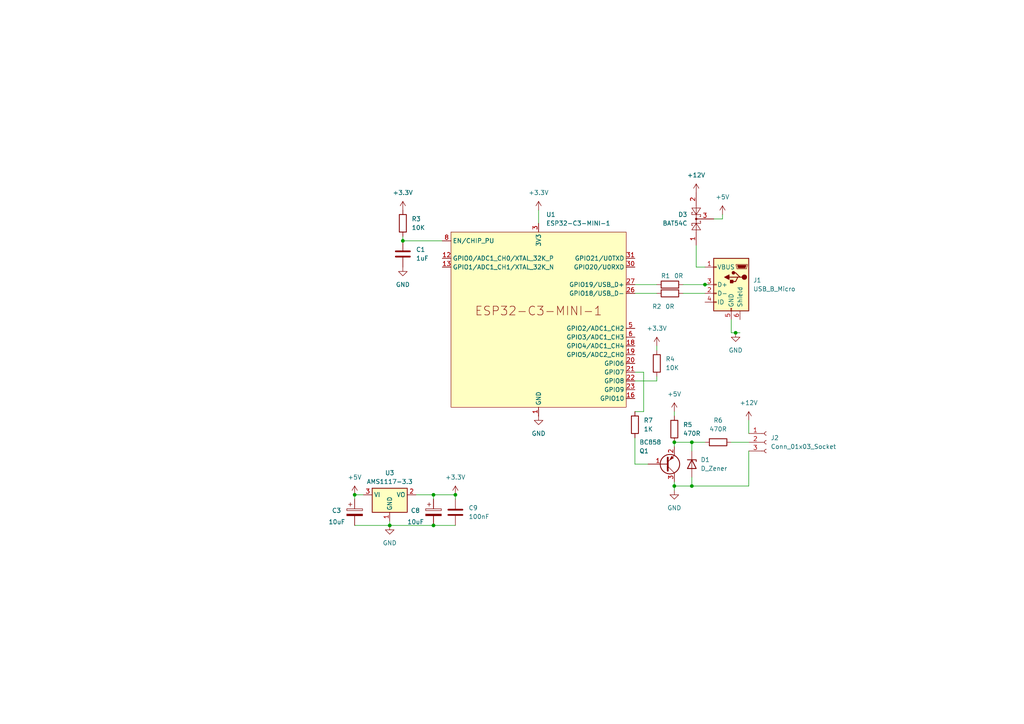
<source format=kicad_sch>
(kicad_sch (version 20231120) (generator "eeschema") (generator_version "8.0")
  (paper "A4")
  (lib_symbols
    (symbol "+12V_1" (power) (pin_numbers hide) (pin_names (offset 0) hide)
      (property "Value" "+12V" (at 0 3.556 0))
      (symbol "+12V_1_0_1"
        (polyline (pts (xy -0.762 1.27) (xy 0 2.54)))
        (polyline (pts (xy 0 0) (xy 0 2.54)))
        (polyline (pts (xy 0 2.54) (xy 0.762 1.27)))
      )
      (symbol "+12V_1_1_1"
        (pin power_in line (at 0 0 90) (length 0) (name "~") (number "1"))
      )
    )
    (symbol "+3.3V_2" (power) (pin_numbers hide) (pin_names (offset 0) hide)
      (property "Value" "+3.3V" (at 0 3.556 0))
      (symbol "+3.3V_2_0_1"
        (polyline (pts (xy -0.762 1.27) (xy 0 2.54)))
        (polyline (pts (xy 0 0) (xy 0 2.54)))
        (polyline (pts (xy 0 2.54) (xy 0.762 1.27)))
      )
      (symbol "+3.3V_2_1_1"
        (pin power_in line (at 0 0 90) (length 0) (name "~") (number "1"))
      )
    )
    (symbol "+5V_1" (power) (pin_numbers hide) (pin_names (offset 0) hide)
      (property "Value" "+5V" (at 0 3.556 0))
      (symbol "+5V_1_0_1"
        (polyline (pts (xy -0.762 1.27) (xy 0 2.54)))
        (polyline (pts (xy 0 0) (xy 0 2.54)))
        (polyline (pts (xy 0 2.54) (xy 0.762 1.27)))
      )
      (symbol "+5V_1_1_1"
        (pin power_in line (at 0 0 90) (length 0) (name "~") (number "1"))
      )
    )
    (symbol "Connector:Conn_01x03_Socket" (pin_names (offset 1.016) hide)
      (property "Reference" "J" (at 0 5.08 0))
      (property "Value" "Conn_01x03_Socket" (at 0 -5.08 0))
      (symbol "Conn_01x03_Socket_1_1"
        (arc (start 0 -2.032) (mid -0.5058 -2.54) (end 0 -3.048) (stroke (width 0.1524)))
        (polyline (pts (xy -1.27 -2.54) (xy -0.508 -2.54)) (stroke (width 0.1524)))
        (polyline (pts (xy -1.27 0) (xy -0.508 0)) (stroke (width 0.1524)))
        (polyline (pts (xy -1.27 2.54) (xy -0.508 2.54)) (stroke (width 0.1524)))
        (arc (start 0 0.508) (mid -0.5058 0) (end 0 -0.508) (stroke (width 0.1524)))
        (arc (start 0 3.048) (mid -0.5058 2.54) (end 0 2.032) (stroke (width 0.1524)))
        (pin passive line (at -5.08 2.54 0) (length 3.81) (name "Pin_1") (number "1"))
        (pin passive line (at -5.08 0 0) (length 3.81) (name "Pin_2") (number "2"))
        (pin passive line (at -5.08 -2.54 0) (length 3.81) (name "Pin_3") (number "3"))
      )
    )
    (symbol "Connector:USB_B_Micro" (pin_names (offset 1.016))
      (property "Reference" "J" (at -5.08 11.43 0))
      (property "Value" "USB_B_Micro" (at -5.08 8.89 0))
      (symbol "USB_B_Micro_0_1"
        (rectangle (start -5.08 -7.62) (end 5.08 7.62) (stroke (width 0.254)) (fill (type background)))
        (circle (center -3.81 2.159) (radius 0.635) (stroke (width 0.254)) (fill (type outline)))
        (circle (center -0.635 3.429) (radius 0.381) (stroke (width 0.254)) (fill (type outline)))
        (rectangle (start -0.127 -7.62) (end 0.127 -6.858))
        (polyline (pts (xy -1.905 2.159) (xy 0.635 2.159)) (stroke (width 0.254)))
        (polyline (pts (xy -3.175 2.159) (xy -2.54 2.159) (xy -1.27 3.429) (xy -0.635 3.429)) (stroke (width 0.254)))
        (polyline (pts (xy -2.54 2.159) (xy -1.905 2.159) (xy -1.27 0.889) (xy 0 0.889)) (stroke (width 0.254)))
        (polyline (pts (xy 0.635 2.794) (xy 0.635 1.524) (xy 1.905 2.159) (xy 0.635 2.794)) (stroke (width 0.254)) (fill (type outline)))
        (polyline (pts (xy -4.318 5.588) (xy -1.778 5.588) (xy -2.032 4.826) (xy -4.064 4.826) (xy -4.318 5.588)) (fill (type outline)))
        (polyline (pts (xy -4.699 5.842) (xy -4.699 5.588) (xy -4.445 4.826) (xy -4.445 4.572) (xy -1.651 4.572) (xy -1.651 4.826) (xy -1.397 5.588) (xy -1.397 5.842) (xy -4.699 5.842)))
        (rectangle (start 0.254 1.27) (end -0.508 0.508) (stroke (width 0.254)) (fill (type outline)))
        (rectangle (start 5.08 -5.207) (end 4.318 -4.953))
        (rectangle (start 5.08 -2.667) (end 4.318 -2.413))
        (rectangle (start 5.08 -0.127) (end 4.318 0.127))
        (rectangle (start 5.08 4.953) (end 4.318 5.207))
      )
      (symbol "USB_B_Micro_1_1"
        (pin power_out line (at 7.62 5.08 180) (length 2.54) (name "VBUS") (number "1"))
        (pin bidirectional line (at 7.62 -2.54 180) (length 2.54) (name "D-") (number "2"))
        (pin bidirectional line (at 7.62 0 180) (length 2.54) (name "D+") (number "3"))
        (pin passive line (at 7.62 -5.08 180) (length 2.54) (name "ID") (number "4"))
        (pin power_out line (at 0 -10.16 90) (length 2.54) (name "GND") (number "5"))
        (pin passive line (at -2.54 -10.16 90) (length 2.54) (name "Shield") (number "6"))
      )
    )
    (symbol "Device:C" (pin_numbers hide) (pin_names (offset 0.254))
      (property "Reference" "C" (at 0.635 2.54 0))
      (property "Value" "C" (at 0.635 -2.54 0))
      (symbol "C_0_1"
        (polyline (pts (xy -2.032 -0.762) (xy 2.032 -0.762)) (stroke (width 0.508)))
        (polyline (pts (xy -2.032 0.762) (xy 2.032 0.762)) (stroke (width 0.508)))
      )
      (symbol "C_1_1"
        (pin passive line (at 0 3.81 270) (length 2.794) (name "~") (number "1"))
        (pin passive line (at 0 -3.81 90) (length 2.794) (name "~") (number "2"))
      )
    )
    (symbol "Device:C_Polarized" (pin_numbers hide) (pin_names (offset 0.254))
      (property "Reference" "C" (at 0.635 2.54 0))
      (property "Value" "C_Polarized" (at 0.635 -2.54 0))
      (symbol "C_Polarized_0_1"
        (rectangle (start -2.286 0.508) (end 2.286 1.016))
        (polyline (pts (xy -1.778 2.286) (xy -0.762 2.286)))
        (polyline (pts (xy -1.27 2.794) (xy -1.27 1.778)))
        (rectangle (start 2.286 -0.508) (end -2.286 -1.016) (fill (type outline)))
      )
      (symbol "C_Polarized_1_1"
        (pin passive line (at 0 3.81 270) (length 2.794) (name "~") (number "1"))
        (pin passive line (at 0 -3.81 90) (length 2.794) (name "~") (number "2"))
      )
    )
    (symbol "Device:D_Zener" (pin_numbers hide) (pin_names (offset 1.016) hide)
      (property "Reference" "D" (at 0 2.54 0))
      (property "Value" "D_Zener" (at 0 -2.54 0))
      (symbol "D_Zener_0_1"
        (polyline (pts (xy 1.27 0) (xy -1.27 0)))
        (polyline (pts (xy -1.27 -1.27) (xy -1.27 1.27) (xy -0.762 1.27)) (stroke (width 0.254)))
        (polyline (pts (xy 1.27 -1.27) (xy 1.27 1.27) (xy -1.27 0) (xy 1.27 -1.27)) (stroke (width 0.254)))
      )
      (symbol "D_Zener_1_1"
        (pin passive line (at -3.81 0 0) (length 2.54) (name "K") (number "1"))
        (pin passive line (at 3.81 0 180) (length 2.54) (name "A") (number "2"))
      )
    )
    (symbol "Device:R" (pin_numbers hide) (pin_names (offset 0))
      (property "Reference" "R" (at 2.032 0 90))
      (property "Value" "R" (at 0 0 90))
      (symbol "R_0_1"
        (rectangle (start -1.016 -2.54) (end 1.016 2.54) (stroke (width 0.254)))
      )
      (symbol "R_1_1"
        (pin passive line (at 0 3.81 270) (length 1.27) (name "~") (number "1"))
        (pin passive line (at 0 -3.81 90) (length 1.27) (name "~") (number "2"))
      )
    )
    (symbol "Diode:BAT54C" (pin_names (offset 1.016))
      (property "Reference" "D" (at 0.635 -3.81 0))
      (property "Value" "BAT54C" (at -6.35 3.175 0))
      (symbol "BAT54C_0_1"
        (polyline (pts (xy -1.905 0) (xy 1.905 0)))
        (polyline (pts (xy -1.905 1.27) (xy -1.905 1.016)))
        (polyline (pts (xy -1.27 -1.27) (xy -0.635 -1.27)))
        (polyline (pts (xy -1.27 0) (xy -3.81 0)))
        (polyline (pts (xy -1.27 1.27) (xy -1.905 1.27)))
        (polyline (pts (xy -1.27 1.27) (xy -1.27 -1.27)))
        (polyline (pts (xy -0.635 -1.27) (xy -0.635 -1.016)))
        (polyline (pts (xy 0.635 -1.27) (xy 0.635 -1.016)))
        (polyline (pts (xy 1.27 -1.27) (xy 0.635 -1.27)))
        (polyline (pts (xy 1.27 1.27) (xy 1.27 -1.27)))
        (polyline (pts (xy 1.27 1.27) (xy 1.905 1.27)))
        (polyline (pts (xy 1.905 1.27) (xy 1.905 1.016)))
        (polyline (pts (xy 3.81 0) (xy 1.27 0)))
        (polyline (pts (xy -3.175 -1.27) (xy -3.175 1.27) (xy -1.27 0) (xy -3.175 -1.27)))
        (polyline (pts (xy 3.175 -1.27) (xy 3.175 1.27) (xy 1.27 0) (xy 3.175 -1.27)))
        (circle (center 0 0) (radius 0.254) (fill (type outline)))
      )
      (symbol "BAT54C_1_1"
        (pin passive line (at -7.62 0 0) (length 3.81) (name "~") (number "1"))
        (pin passive line (at 7.62 0 180) (length 3.81) (name "~") (number "2"))
        (pin passive line (at 0 -5.08 90) (length 5.08) (name "~") (number "3"))
      )
    )
    (symbol "GND_1" (power) (pin_numbers hide) (pin_names (offset 0) hide)
      (property "Value" "GND" (at 0 -3.81 0))
      (symbol "GND_1_0_1"
        (polyline (pts (xy 0 0) (xy 0 -1.27) (xy 1.27 -1.27) (xy 0 -2.54) (xy -1.27 -1.27) (xy 0 -1.27)))
      )
      (symbol "GND_1_1_1"
        (pin power_in line (at 0 0 270) (length 0) (name "~") (number "1"))
      )
    )
    (symbol "GND_2" (power) (pin_numbers hide) (pin_names (offset 0) hide)
      (property "Value" "GND" (at 0 -3.81 0))
      (symbol "GND_2_0_1"
        (polyline (pts (xy 0 0) (xy 0 -1.27) (xy 1.27 -1.27) (xy 0 -2.54) (xy -1.27 -1.27) (xy 0 -1.27)))
      )
      (symbol "GND_2_1_1"
        (pin power_in line (at 0 0 270) (length 0) (name "~") (number "1"))
      )
    )
    (symbol "PCM_Espressif:ESP32-C3-MINI-1"
      (property "Reference" "U" (at -25.4 30.48 0))
      (property "Value" "ESP32-C3-MINI-1" (at -25.4 27.94 0))
      (symbol "ESP32-C3-MINI-1_0_0"
        (text "ESP32-C3-MINI-1" (at 0 2.54 0) (effects (font (size 2.54 2.54))))
      )
      (symbol "ESP32-C3-MINI-1_0_1"
        (rectangle (start -25.4 25.4) (end 25.4 -25.4) (fill (type background)))
      )
      (symbol "ESP32-C3-MINI-1_1_1"
        (pin power_in line (at 0 -27.94 90) (length 2.54) (name "GND") (number "1"))
        (pin no_connect line (at -25.4 2.54 0) (length 2.54) hide (name "NC") (number "10"))
        (pin passive line (at 0 -27.94 90) (length 2.54) hide (name "GND") (number "11"))
        (pin bidirectional line (at -27.94 17.78 0) (length 2.54) (name "GPIO0/ADC1_CH0/XTAL_32K_P") (number "12"))
        (pin bidirectional line (at -27.94 15.24 0) (length 2.54) (name "GPIO1/ADC1_CH1/XTAL_32K_N") (number "13"))
        (pin passive line (at 0 -27.94 90) (length 2.54) hide (name "GND") (number "14"))
        (pin no_connect line (at -25.4 0 0) (length 2.54) hide (name "NC") (number "15"))
        (pin bidirectional line (at 27.94 -22.86 180) (length 2.54) (name "GPIO10") (number "16"))
        (pin no_connect line (at -25.4 -2.54 0) (length 2.54) hide (name "NC") (number "17"))
        (pin bidirectional line (at 27.94 -7.62 180) (length 2.54) (name "GPIO4/ADC1_CH4") (number "18"))
        (pin bidirectional line (at 27.94 -10.16 180) (length 2.54) (name "GPIO5/ADC2_CH0") (number "19"))
        (pin passive line (at 0 -27.94 90) (length 2.54) hide (name "GND") (number "2"))
        (pin bidirectional line (at 27.94 -12.7 180) (length 2.54) (name "GPIO6") (number "20"))
        (pin bidirectional line (at 27.94 -15.24 180) (length 2.54) (name "GPIO7") (number "21"))
        (pin bidirectional line (at 27.94 -17.78 180) (length 2.54) (name "GPIO8") (number "22"))
        (pin bidirectional line (at 27.94 -20.32 180) (length 2.54) (name "GPIO9") (number "23"))
        (pin no_connect line (at -25.4 -5.08 0) (length 2.54) hide (name "NC") (number "24"))
        (pin no_connect line (at -25.4 -7.62 0) (length 2.54) hide (name "NC") (number "25"))
        (pin bidirectional line (at 27.94 7.62 180) (length 2.54) (name "GPIO18/USB_D-") (number "26"))
        (pin bidirectional line (at 27.94 10.16 180) (length 2.54) (name "GPIO19/USB_D+") (number "27"))
        (pin no_connect line (at -25.4 -10.16 0) (length 2.54) hide (name "NC") (number "28"))
        (pin no_connect line (at -25.4 -12.7 0) (length 2.54) hide (name "NC") (number "29"))
        (pin power_in line (at 0 27.94 270) (length 2.54) (name "3V3") (number "3"))
        (pin bidirectional line (at 27.94 15.24 180) (length 2.54) (name "GPIO20/U0RXD") (number "30"))
        (pin bidirectional line (at 27.94 17.78 180) (length 2.54) (name "GPIO21/U0TXD") (number "31"))
        (pin no_connect line (at -25.4 -15.24 0) (length 2.54) hide (name "NC") (number "32"))
        (pin no_connect line (at -25.4 -17.78 0) (length 2.54) hide (name "NC") (number "33"))
        (pin no_connect line (at -25.4 -20.32 0) (length 2.54) hide (name "NC") (number "34"))
        (pin no_connect line (at -25.4 -22.86 0) (length 2.54) hide (name "NC") (number "35"))
        (pin passive line (at 0 -27.94 90) (length 2.54) hide (name "GND") (number "36"))
        (pin passive line (at 0 -27.94 90) (length 2.54) hide (name "GND") (number "37"))
        (pin passive line (at 0 -27.94 90) (length 2.54) hide (name "GND") (number "38"))
        (pin passive line (at 0 -27.94 90) (length 2.54) hide (name "GND") (number "39"))
        (pin no_connect line (at -25.4 10.16 0) (length 2.54) hide (name "NC") (number "4"))
        (pin passive line (at 0 -27.94 90) (length 2.54) hide (name "GND") (number "40"))
        (pin passive line (at 0 -27.94 90) (length 2.54) hide (name "GND") (number "41"))
        (pin passive line (at 0 -27.94 90) (length 2.54) hide (name "GND") (number "42"))
        (pin passive line (at 0 -27.94 90) (length 2.54) hide (name "GND") (number "43"))
        (pin passive line (at 0 -27.94 90) (length 2.54) hide (name "GND") (number "44"))
        (pin passive line (at 0 -27.94 90) (length 2.54) hide (name "GND") (number "45"))
        (pin passive line (at 0 -27.94 90) (length 2.54) hide (name "GND") (number "46"))
        (pin passive line (at 0 -27.94 90) (length 2.54) hide (name "GND") (number "47"))
        (pin passive line (at 0 -27.94 90) (length 2.54) hide (name "GND") (number "48"))
        (pin passive line (at 0 -27.94 90) (length 2.54) hide (name "GND") (number "49"))
        (pin bidirectional line (at 27.94 -2.54 180) (length 2.54) (name "GPIO2/ADC1_CH2") (number "5"))
        (pin passive line (at 0 -27.94 90) (length 2.54) hide (name "GND") (number "50"))
        (pin passive line (at 0 -27.94 90) (length 2.54) hide (name "GND") (number "51"))
        (pin passive line (at 0 -27.94 90) (length 2.54) hide (name "GND") (number "52"))
        (pin passive line (at 0 -27.94 90) (length 2.54) hide (name "GND") (number "53"))
        (pin bidirectional line (at 27.94 -5.08 180) (length 2.54) (name "GPIO3/ADC1_CH3") (number "6"))
        (pin no_connect line (at -25.4 7.62 0) (length 2.54) hide (name "NC") (number "7"))
        (pin input line (at -27.94 22.86 0) (length 2.54) (name "EN/CHIP_PU") (number "8"))
        (pin no_connect line (at -25.4 5.08 0) (length 2.54) hide (name "NC") (number "9"))
      )
    )
    (symbol "Regulator_Linear:AMS1117-3.3"
      (property "Reference" "U" (at -3.81 3.175 0))
      (property "Value" "AMS1117-3.3" (at 0 3.175 0))
      (symbol "AMS1117-3.3_0_1"
        (rectangle (start -5.08 -5.08) (end 5.08 1.905) (stroke (width 0.254)) (fill (type background)))
      )
      (symbol "AMS1117-3.3_1_1"
        (pin power_in line (at 0 -7.62 90) (length 2.54) (name "GND") (number "1"))
        (pin power_out line (at 7.62 0 180) (length 2.54) (name "VO") (number "2"))
        (pin power_in line (at -7.62 0 0) (length 2.54) (name "VI") (number "3"))
      )
    )
    (symbol "Transistor_BJT:BC858" (pin_names (offset 0) hide)
      (property "Reference" "Q" (at 5.08 1.905 0))
      (property "Value" "BC858" (at 5.08 0 0))
      (symbol "BC858_0_1"
        (polyline (pts (xy 0.635 0.635) (xy 2.54 2.54)))
        (polyline (pts (xy 0.635 -0.635) (xy 2.54 -2.54) (xy 2.54 -2.54)))
        (polyline (pts (xy 0.635 1.905) (xy 0.635 -1.905) (xy 0.635 -1.905)) (stroke (width 0.508)))
        (polyline (pts (xy 2.286 -1.778) (xy 1.778 -2.286) (xy 1.27 -1.27) (xy 2.286 -1.778) (xy 2.286 -1.778)) (fill (type outline)))
        (circle (center 1.27 0) (radius 2.8194) (stroke (width 0.254)))
      )
      (symbol "BC858_1_1"
        (pin input line (at -5.08 0 0) (length 5.715) (name "B") (number "1"))
        (pin passive line (at 2.54 -5.08 90) (length 2.54) (name "E") (number "2"))
        (pin passive line (at 2.54 5.08 270) (length 2.54) (name "C") (number "3"))
      )
    )
    (symbol "power:+12V" (power) (pin_names (offset 0))
      (property "Value" "+12V" (at 0 3.556 0))
      (symbol "+12V_0_1"
        (polyline (pts (xy -0.762 1.27) (xy 0 2.54)))
        (polyline (pts (xy 0 0) (xy 0 2.54)))
        (polyline (pts (xy 0 2.54) (xy 0.762 1.27)))
      )
      (symbol "+12V_1_1"
        (pin power_in line (at 0 0 90) (length 0) hide (name "+12V") (number "1"))
      )
    )
    (symbol "power:+3.3V" (power) (pin_names (offset 0))
      (property "Value" "+3.3V" (at 0 3.556 0))
      (symbol "+3.3V_0_1"
        (polyline (pts (xy -0.762 1.27) (xy 0 2.54)))
        (polyline (pts (xy 0 0) (xy 0 2.54)))
        (polyline (pts (xy 0 2.54) (xy 0.762 1.27)))
      )
      (symbol "+3.3V_1_1"
        (pin power_in line (at 0 0 90) (length 0) hide (name "+3.3V") (number "1"))
      )
    )
    (symbol "power:+5V" (power) (pin_names (offset 0))
      (property "Value" "+5V" (at 0 3.556 0))
      (symbol "+5V_0_1"
        (polyline (pts (xy -0.762 1.27) (xy 0 2.54)))
        (polyline (pts (xy 0 0) (xy 0 2.54)))
        (polyline (pts (xy 0 2.54) (xy 0.762 1.27)))
      )
      (symbol "+5V_1_1"
        (pin power_in line (at 0 0 90) (length 0) hide (name "+5V") (number "1"))
      )
    )
    (symbol "power:GND" (power) (pin_names (offset 0))
      (property "Value" "GND" (at 0 -3.81 0))
      (symbol "GND_0_1"
        (polyline (pts (xy 0 0) (xy 0 -1.27) (xy 1.27 -1.27) (xy 0 -2.54) (xy -1.27 -1.27) (xy 0 -1.27)))
      )
      (symbol "GND_1_1"
        (pin power_in line (at 0 0 270) (length 0) hide (name "GND") (number "1"))
      )
    )
  )
  (junction (at 204.47 82.55))
  (junction (at 195.58 128.27))
  (junction (at 213.36 96.52))
  (junction (at 132.08 143.51))
  (junction (at 125.73 143.51))
  (junction (at 113.03 152.4))
  (junction (at 116.84 69.85))
  (junction (at 200.66 140.97))
  (junction (at 125.73 152.4))
  (junction (at 200.66 128.27))
  (junction (at 102.87 143.51))
  (junction (at 195.58 140.97))
  (wire (pts (xy 184.15 127) (xy 184.15 134.62)))
  (wire (pts (xy 186.69 107.95) (xy 186.69 119.38)))
  (wire (pts (xy 217.17 121.92) (xy 217.17 125.73)))
  (wire (pts (xy 113.03 152.4) (xy 125.73 152.4)))
  (wire (pts (xy 209.55 63.5) (xy 209.55 62.23)))
  (wire (pts (xy 200.66 138.43) (xy 200.66 140.97)))
  (wire (pts (xy 195.58 140.97) (xy 195.58 142.24)))
  (wire (pts (xy 195.58 128.27) (xy 200.66 128.27)))
  (wire (pts (xy 195.58 128.27) (xy 195.58 129.54)))
  (wire (pts (xy 116.84 69.85) (xy 116.84 68.58)))
  (wire (pts (xy 217.17 130.81) (xy 217.17 140.97)))
  (wire (pts (xy 184.15 134.62) (xy 187.96 134.62)))
  (wire (pts (xy 212.09 96.52) (xy 213.36 96.52)))
  (wire (pts (xy 190.5 109.22) (xy 190.5 110.49)))
  (wire (pts (xy 186.69 119.38) (xy 184.15 119.38)))
  (wire (pts (xy 207.01 63.5) (xy 209.55 63.5)))
  (wire (pts (xy 200.66 128.27) (xy 204.47 128.27)))
  (wire (pts (xy 102.87 152.4) (xy 113.03 152.4)))
  (wire (pts (xy 184.15 85.09) (xy 190.5 85.09)))
  (wire (pts (xy 190.5 100.33) (xy 190.5 101.6)))
  (wire (pts (xy 195.58 139.7) (xy 195.58 140.97)))
  (wire (pts (xy 120.65 143.51) (xy 125.73 143.51)))
  (wire (pts (xy 190.5 82.55) (xy 184.15 82.55)))
  (wire (pts (xy 113.03 151.13) (xy 113.03 152.4)))
  (wire (pts (xy 184.15 107.95) (xy 186.69 107.95)))
  (wire (pts (xy 195.58 119.38) (xy 195.58 120.65)))
  (wire (pts (xy 132.08 143.51) (xy 125.73 143.51)))
  (wire (pts (xy 212.09 128.27) (xy 217.17 128.27)))
  (wire (pts (xy 204.47 82.55) (xy 205.74 82.55)))
  (wire (pts (xy 212.09 92.71) (xy 212.09 96.52)))
  (wire (pts (xy 200.66 140.97) (xy 195.58 140.97)))
  (wire (pts (xy 214.63 96.52) (xy 213.36 96.52)))
  (wire (pts (xy 184.15 110.49) (xy 190.5 110.49)))
  (wire (pts (xy 217.17 140.97) (xy 200.66 140.97)))
  (wire (pts (xy 132.08 144.78) (xy 132.08 143.51)))
  (wire (pts (xy 198.12 82.55) (xy 204.47 82.55)))
  (wire (pts (xy 198.12 85.09) (xy 204.47 85.09)))
  (wire (pts (xy 204.47 77.47) (xy 201.93 77.47)))
  (wire (pts (xy 105.41 143.51) (xy 102.87 143.51)))
  (wire (pts (xy 125.73 143.51) (xy 125.73 144.78)))
  (wire (pts (xy 125.73 152.4) (xy 132.08 152.4)))
  (wire (pts (xy 102.87 143.51) (xy 102.87 144.78)))
  (wire (pts (xy 201.93 77.47) (xy 201.93 71.12)))
  (wire (pts (xy 128.27 69.85) (xy 116.84 69.85)))
  (wire (pts (xy 200.66 128.27) (xy 200.66 130.81)))
  (wire (pts (xy 156.21 60.96) (xy 156.21 64.77)))
  (symbol (lib_id "Connector:USB_B_Micro") (at 212.09 82.55 0) (mirror y) (unit 1)
    (property "Reference" "J1" (at 218.44 81.2799 0) (effects (justify right)))
    (property "Value" "USB_B_Micro" (at 218.44 83.8199 0) (effects (justify right)))
    (property "Footprint" "Connector_USB:USB_Micro-B_Amphenol_10103594-0001LF_Horizontal" (effects (hide yes)))
  )
  (symbol (lib_id "power:+3.3V") (at 190.5 100.33 0) (unit 1)
    (property "Reference" "#PWR05" (effects (hide yes)))
    (property "Value" "+3.3V" (at 190.5 95.25 0))
  )
  (symbol (lib_id "Device:R") (at 195.58 124.46 180) (unit 1)
    (property "Reference" "R5" (at 198.12 123.1899 0) (effects (justify right)))
    (property "Value" "470R" (at 198.12 125.7299 0) (effects (justify right)))
    (property "Footprint" "Resistor_SMD:R_0603_1608Metric" (effects (hide yes)))
  )
  (symbol (lib_id "Device:R") (at 184.15 123.19 0) (unit 1)
    (property "Reference" "R7" (at 186.69 121.9199 0) (effects (justify left)))
    (property "Value" "1K" (at 186.69 124.4599 0) (effects (justify left)))
    (property "Footprint" "Resistor_SMD:R_0603_1608Metric" (effects (hide yes)))
    (property "Description" "Resistor" (effects (hide yes)))
  )
  (symbol (lib_id "Device:C") (at 132.08 148.59 0) (unit 1)
    (property "Reference" "C9" (at 135.89 147.3199 0) (effects (justify left)))
    (property "Value" "100nF" (at 135.89 149.8599 0) (effects (justify left)))
    (property "Footprint" "Capacitor_SMD:C_0603_1608Metric" (effects (hide yes)))
    (property "Description" "Unpolarized capacitor" (effects (hide yes)))
  )
  (symbol (lib_id "power:+3.3V") (at 156.21 60.96 0) (unit 1)
    (property "Reference" "#PWR03" (effects (hide yes)))
    (property "Value" "+3.3V" (at 156.21 55.88 0))
  )
  (symbol (lib_id "Device:R") (at 194.31 85.09 90) (unit 1)
    (property "Reference" "R2" (at 190.5 88.9 90))
    (property "Value" "0R" (at 194.31 88.9 90))
    (property "Footprint" "Resistor_SMD:R_0603_1608Metric" (effects (hide yes)))
  )
  (symbol (lib_id "Device:C") (at 116.84 73.66 0) (unit 1)
    (property "Reference" "C1" (at 120.65 72.3899 0) (effects (justify left)))
    (property "Value" "1uF" (at 120.65 74.9299 0) (effects (justify left)))
    (property "Footprint" "Capacitor_Tantalum_SMD:CP_EIA-3216-10_Kemet-I" (effects (hide yes)))
  )
  (symbol (lib_name "GND_2") (lib_id "power:GND") (at 156.21 120.65 0) (unit 1)
    (property "Reference" "#PWR010" (effects (hide yes)))
    (property "Value" "GND" (at 156.21 125.73 0))
    (property "Description" "Power symbol creates a global label with name \"GND\" , ground" (effects (hide yes)))
  )
  (symbol (lib_id "power:GND") (at 195.58 142.24 0) (unit 1)
    (property "Reference" "#PWR07" (effects (hide yes)))
    (property "Value" "GND" (at 195.58 147.32 0))
  )
  (symbol (lib_id "Diode:BAT54C") (at 201.93 63.5 90) (unit 1)
    (property "Reference" "D3" (at 199.39 62.2299 90) (effects (justify left)))
    (property "Value" "BAT54C" (at 199.39 64.7699 90) (effects (justify left)))
    (property "Footprint" "Package_TO_SOT_SMD:SOT-23" (effects (hide yes)))
    (property "Datasheet" "http://www.diodes.com/_files/datasheets/ds11005.pdf" (effects (hide yes)))
    (property "Description" "dual schottky barrier diode, common cathode" (effects (hide yes)))
  )
  (symbol (lib_id "PCM_Espressif:ESP32-C3-MINI-1") (at 156.21 92.71 0) (unit 1)
    (property "Reference" "U1" (at 158.4041 62.23 0) (effects (justify left)))
    (property "Value" "ESP32-C3-MINI-1" (at 158.4041 64.77 0) (effects (justify left)))
    (property "Footprint" "PCM_Espressif:ESP32-C3-MINI-1" (effects (hide yes)))
    (property "Datasheet" "https://www.espressif.com/sites/default/files/documentation/esp32-c3-mini-1_datasheet_en.pdf" (effects (hide yes)))
  )
  (symbol (lib_id "power:+3.3V") (at 116.84 60.96 0) (unit 1)
    (property "Reference" "#PWR02" (effects (hide yes)))
    (property "Value" "+3.3V" (at 116.84 55.88 0))
  )
  (symbol (lib_id "Device:C_Polarized") (at 125.73 148.59 0) (unit 1)
    (property "Reference" "C8" (at 119.126 148.082 0) (effects (justify left)))
    (property "Value" "10uF" (at 118.11 151.384 0) (effects (justify left)))
    (property "Footprint" "Capacitor_Tantalum_SMD:CP_EIA-3216-10_Kemet-I" (effects (hide yes)))
    (property "Description" "Polarized capacitor" (effects (hide yes)))
  )
  (symbol (lib_id "power:+12V") (at 217.17 121.92 0) (unit 1)
    (property "Reference" "#PWR011" (effects (hide yes)))
    (property "Value" "+12V" (at 217.17 116.84 0))
  )
  (symbol (lib_id "power:+5V") (at 195.58 119.38 0) (unit 1)
    (property "Reference" "#PWR06" (effects (hide yes)))
    (property "Value" "+5V" (at 195.58 114.3 0))
  )
  (symbol (lib_name "+3.3V_2") (lib_id "power:+3.3V") (at 132.08 143.51 0) (unit 1)
    (property "Reference" "#PWR016" (effects (hide yes)))
    (property "Value" "+3.3V" (at 132.08 138.43 0))
    (property "Description" "Power symbol creates a global label with name \"+3.3V\"" (effects (hide yes)))
  )
  (symbol (lib_id "Connector:Conn_01x03_Socket") (at 222.25 128.27 0) (unit 1)
    (property "Reference" "J2" (at 223.52 126.9999 0) (effects (justify left)))
    (property "Value" "Conn_01x03_Socket" (at 223.52 129.5399 0) (effects (justify left)))
    (property "Footprint" "Connector_PinHeader_2.54mm:PinHeader_1x03_P2.54mm_Vertical" (effects (hide yes)))
  )
  (symbol (lib_name "GND_1") (lib_id "power:GND") (at 113.03 152.4 0) (unit 1)
    (property "Reference" "#PWR08" (effects (hide yes)))
    (property "Value" "GND" (at 113.03 157.48 0))
    (property "Description" "Power symbol creates a global label with name \"GND\" , ground" (effects (hide yes)))
  )
  (symbol (lib_name "+5V_1") (lib_id "power:+5V") (at 102.87 143.51 0) (unit 1)
    (property "Reference" "#PWR014" (effects (hide yes)))
    (property "Value" "+5V" (at 102.87 138.43 0))
    (property "Description" "Power symbol creates a global label with name \"+5V\"" (effects (hide yes)))
  )
  (symbol (lib_id "Device:D_Zener") (at 200.66 134.62 270) (unit 1)
    (property "Reference" "D1" (at 203.2 133.3499 90) (effects (justify left)))
    (property "Value" "D_Zener" (at 203.2 135.8899 90) (effects (justify left)))
    (property "Footprint" "Diode_SMD:D_SOD-123" (effects (hide yes)))
  )
  (symbol (lib_id "power:GND") (at 213.36 96.52 0) (unit 1)
    (property "Reference" "#PWR01" (effects (hide yes)))
    (property "Value" "GND" (at 213.36 101.6 0))
  )
  (symbol (lib_id "Transistor_BJT:BC858") (at 193.04 134.62 0) (mirror x) (unit 1)
    (property "Reference" "Q1" (at 185.42 130.81 0) (effects (justify left)))
    (property "Value" "BC858" (at 185.42 128.27 0) (effects (justify left)))
    (property "Footprint" "Package_TO_SOT_SMD:SOT-23" (effects (hide yes)))
    (property "Datasheet" "https://www.onsemi.com/pub/Collateral/BC860-D.pdf" (effects (hide yes)))
  )
  (symbol (lib_id "Device:R") (at 116.84 64.77 0) (unit 1)
    (property "Reference" "R3" (at 119.38 63.4999 0) (effects (justify left)))
    (property "Value" "10K" (at 119.38 66.0399 0) (effects (justify left)))
    (property "Footprint" "Capacitor_SMD:C_0603_1608Metric" (effects (hide yes)))
  )
  (symbol (lib_id "Device:R") (at 208.28 128.27 90) (unit 1)
    (property "Reference" "R6" (at 208.28 121.92 90))
    (property "Value" "470R" (at 208.28 124.46 90))
    (property "Footprint" "Resistor_SMD:R_0603_1608Metric" (effects (hide yes)))
  )
  (symbol (lib_name "+12V_1") (lib_id "power:+12V") (at 201.93 55.88 0) (unit 1)
    (property "Reference" "#PWR015" (effects (hide yes)))
    (property "Value" "+12V" (at 201.93 50.8 0))
    (property "Description" "Power symbol creates a global label with name \"+12V\"" (effects (hide yes)))
  )
  (symbol (lib_id "power:+5V") (at 209.55 62.23 0) (unit 1)
    (property "Reference" "#PWR012" (effects (hide yes)))
    (property "Value" "+5V" (at 209.55 57.15 0))
  )
  (symbol (lib_id "Device:R") (at 194.31 82.55 90) (unit 1)
    (property "Reference" "R1" (at 193.04 80.01 90))
    (property "Value" "0R" (at 196.85 80.01 90))
    (property "Footprint" "Resistor_SMD:R_0603_1608Metric" (effects (hide yes)))
  )
  (symbol (lib_id "Regulator_Linear:AMS1117-3.3") (at 113.03 143.51 0) (unit 1)
    (property "Reference" "U3" (at 113.03 137.16 0))
    (property "Value" "AMS1117-3.3" (at 113.03 139.7 0))
    (property "Footprint" "Package_TO_SOT_SMD:SOT-223-3_TabPin2" (effects (hide yes)))
    (property "Datasheet" "http://www.advanced-monolithic.com/pdf/ds1117.pdf" (effects (hide yes)))
    (property "Description" "1A Low Dropout regulator, positive, 3.3V fixed output, SOT-223" (effects (hide yes)))
  )
  (symbol (lib_id "Device:R") (at 190.5 105.41 0) (unit 1)
    (property "Reference" "R4" (at 193.04 104.1399 0) (effects (justify left)))
    (property "Value" "10K" (at 193.04 106.6799 0) (effects (justify left)))
    (property "Footprint" "Resistor_SMD:R_0603_1608Metric" (effects (hide yes)))
  )
  (symbol (lib_id "Device:C_Polarized") (at 102.87 148.59 0) (unit 1)
    (property "Reference" "C3" (at 96.266 148.082 0) (effects (justify left)))
    (property "Value" "10uF" (at 95.25 151.384 0) (effects (justify left)))
    (property "Footprint" "Capacitor_Tantalum_SMD:CP_EIA-3216-10_Kemet-I" (effects (hide yes)))
    (property "Description" "Polarized capacitor" (effects (hide yes)))
  )
  (symbol (lib_id "power:GND") (at 116.84 77.47 0) (unit 1)
    (property "Reference" "#PWR04" (effects (hide yes)))
    (property "Value" "GND" (at 116.84 82.55 0))
  )
)
</source>
